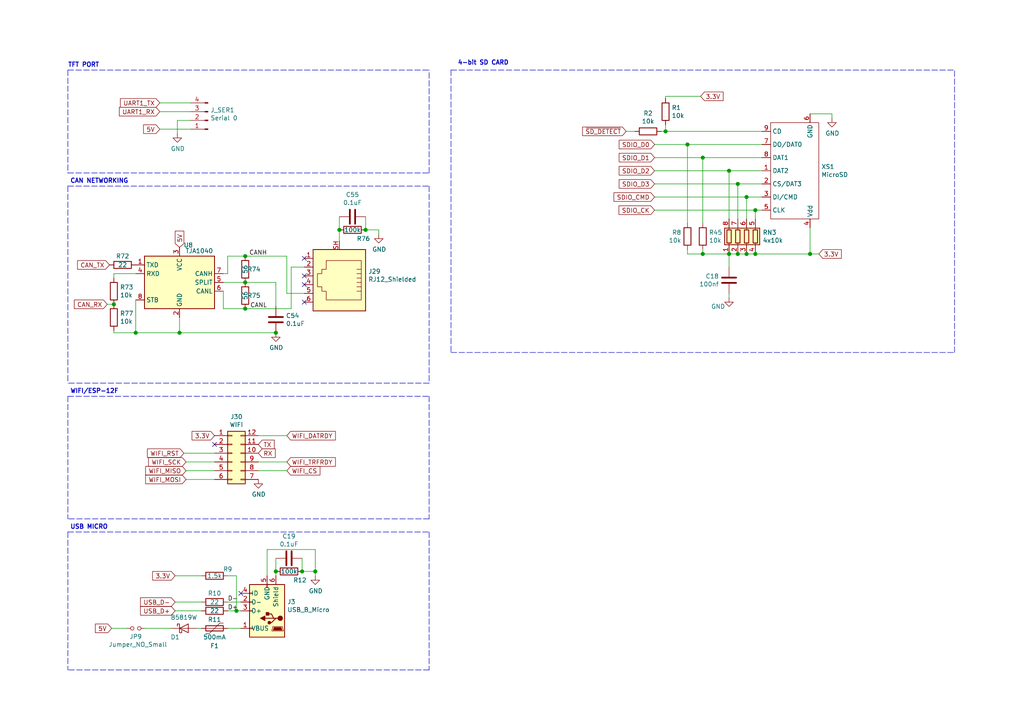
<source format=kicad_sch>
(kicad_sch (version 20210123) (generator eeschema)
  (paper "A4")
  (lib_symbols
    (symbol "Connector:Conn_01x04_Male" (pin_names hide)
      (property "Reference" "J" (at 0 5.08 0))
      (property "Value" "Conn_01x04_Male" (at 0 -7.62 0))
      (symbol "Conn_01x04_Male_1_1"
        (rectangle (start 0.8636 -4.953) (end 0 -5.207) (fill (type outline)))
        (rectangle (start 0.8636 -2.413) (end 0 -2.667) (fill (type outline)))
        (rectangle (start 0.8636 0.127) (end 0 -0.127) (fill (type outline)))
        (rectangle (start 0.8636 2.667) (end 0 2.413) (fill (type outline)))
        (polyline (pts (xy 1.27 -5.08) (xy 0.8636 -5.08)))
        (polyline (pts (xy 1.27 -2.54) (xy 0.8636 -2.54)))
        (polyline (pts (xy 1.27 0) (xy 0.8636 0)))
        (polyline (pts (xy 1.27 2.54) (xy 0.8636 2.54)))
        (pin passive line (at 5.08 2.54 180) (length 3.81) (name "Pin_1") (number "1"))
        (pin passive line (at 5.08 0 180) (length 3.81) (name "Pin_2") (number "2"))
        (pin passive line (at 5.08 -2.54 180) (length 3.81) (name "Pin_3") (number "3"))
        (pin passive line (at 5.08 -5.08 180) (length 3.81) (name "Pin_4") (number "4"))
      )
    )
    (symbol "Connector:RJ12_Shielded" (pin_names (offset 1.016))
      (property "Reference" "J" (at -5.08 11.43 0))
      (property "Value" "RJ12_Shielded" (at 2.54 11.43 0))
      (symbol "RJ12_Shielded_0_1"
        (rectangle (start 7.62 10.16) (end -7.62 -7.62) (stroke (width 0.254)) (fill (type background)))
        (polyline (pts (xy -6.35 -1.905) (xy -5.08 -1.905) (xy -5.08 -1.905)))
        (polyline (pts (xy -6.35 -0.635) (xy -5.08 -0.635) (xy -5.08 -0.635)))
        (polyline (pts (xy -6.35 0.635) (xy -5.08 0.635) (xy -5.08 0.635)))
        (polyline (pts (xy -6.35 1.905) (xy -5.08 1.905) (xy -5.08 1.905)))
        (polyline (pts (xy -6.35 3.175) (xy -5.08 3.175) (xy -5.08 3.175)))
        (polyline (pts (xy -5.08 4.445) (xy -6.35 4.445) (xy -6.35 4.445)))
        (polyline (pts (xy -6.35 -4.445) (xy -6.35 6.985) (xy 3.81 6.985) (xy 3.81 4.445) (xy 5.08 4.445) (xy 5.08 3.175) (xy 6.35 3.175) (xy 6.35 -0.635) (xy 5.08 -0.635) (xy 5.08 -1.905) (xy 3.81 -1.905) (xy 3.81 -4.445) (xy -6.35 -4.445) (xy -6.35 -4.445)))
      )
      (symbol "RJ12_Shielded_1_1"
        (pin passive line (at 10.16 -5.08 180) (length 2.54) (name "~") (number "1"))
        (pin passive line (at 10.16 -2.54 180) (length 2.54) (name "~") (number "2"))
        (pin passive line (at 10.16 0 180) (length 2.54) (name "~") (number "3"))
        (pin passive line (at 10.16 2.54 180) (length 2.54) (name "~") (number "4"))
        (pin passive line (at 10.16 5.08 180) (length 2.54) (name "~") (number "5"))
        (pin passive line (at 10.16 7.62 180) (length 2.54) (name "~") (number "6"))
        (pin passive line (at 0 -10.16 90) (length 2.54) (name "~") (number "SH"))
      )
    )
    (symbol "Connector:USB_B_Micro"
      (property "Reference" "J" (at -5.08 11.43 0))
      (property "Value" "USB_B_Micro" (at -5.08 8.89 0))
      (symbol "USB_B_Micro_0_1"
        (circle (center -3.81 2.159) (radius 0.635) (stroke (width 0.254)) (fill (type outline)))
        (circle (center -0.635 3.429) (radius 0.381) (stroke (width 0.254)) (fill (type outline)))
        (rectangle (start -5.08 -7.62) (end 5.08 7.62) (stroke (width 0.254)) (fill (type background)))
        (rectangle (start -0.127 -7.62) (end 0.127 -6.858))
        (rectangle (start 0.254 1.27) (end -0.508 0.508) (stroke (width 0.254)) (fill (type outline)))
        (rectangle (start 5.08 -5.207) (end 4.318 -4.953))
        (rectangle (start 5.08 -2.667) (end 4.318 -2.413))
        (rectangle (start 5.08 -0.127) (end 4.318 0.127))
        (rectangle (start 5.08 4.953) (end 4.318 5.207))
        (polyline (pts (xy -1.905 2.159) (xy 0.635 2.159)) (stroke (width 0.254)))
        (polyline (pts (xy -3.175 2.159) (xy -2.54 2.159) (xy -1.27 3.429) (xy -0.635 3.429)) (stroke (width 0.254)))
        (polyline (pts (xy -2.54 2.159) (xy -1.905 2.159) (xy -1.27 0.889) (xy 0 0.889)) (stroke (width 0.254)))
        (polyline (pts (xy 0.635 2.794) (xy 0.635 1.524) (xy 1.905 2.159) (xy 0.635 2.794)) (stroke (width 0.254)) (fill (type outline)))
        (polyline (pts (xy -4.318 5.588) (xy -1.778 5.588) (xy -2.032 4.826) (xy -4.064 4.826) (xy -4.318 5.588)) (fill (type outline)))
        (polyline (pts (xy -4.699 5.842) (xy -4.699 5.588) (xy -4.445 4.826) (xy -4.445 4.572) (xy -1.651 4.572) (xy -1.651 4.826) (xy -1.397 5.588) (xy -1.397 5.842) (xy -4.699 5.842)))
      )
      (symbol "USB_B_Micro_1_1"
        (pin power_out line (at 7.62 5.08 180) (length 2.54) (name "VBUS") (number "1"))
        (pin passive line (at 7.62 -2.54 180) (length 2.54) (name "D-") (number "2"))
        (pin passive line (at 7.62 0 180) (length 2.54) (name "D+") (number "3"))
        (pin passive line (at 7.62 -5.08 180) (length 2.54) (name "ID") (number "4"))
        (pin power_out line (at 0 -10.16 90) (length 2.54) (name "GND") (number "5"))
        (pin passive line (at -2.54 -10.16 90) (length 2.54) (name "Shield") (number "6"))
      )
    )
    (symbol "Connector_Generic:Conn_02x06_Counter_Clockwise" (pin_names (offset 1.016) hide)
      (property "Reference" "J" (at 1.27 7.62 0))
      (property "Value" "Conn_02x06_Counter_Clockwise" (at 1.27 -10.16 0))
      (symbol "Conn_02x06_Counter_Clockwise_1_1"
        (rectangle (start -1.27 -4.953) (end 0 -5.207) (stroke (width 0.1524)))
        (rectangle (start -1.27 -7.493) (end 0 -7.747) (stroke (width 0.1524)))
        (rectangle (start -1.27 -2.413) (end 0 -2.667) (stroke (width 0.1524)))
        (rectangle (start -1.27 2.667) (end 0 2.413) (stroke (width 0.1524)))
        (rectangle (start -1.27 5.207) (end 0 4.953) (stroke (width 0.1524)))
        (rectangle (start -1.27 6.35) (end 3.81 -8.89) (stroke (width 0.254)) (fill (type background)))
        (rectangle (start -1.27 0.127) (end 0 -0.127) (stroke (width 0.1524)))
        (rectangle (start 3.81 -4.953) (end 2.54 -5.207) (stroke (width 0.1524)))
        (rectangle (start 3.81 -7.493) (end 2.54 -7.747) (stroke (width 0.1524)))
        (rectangle (start 3.81 -2.413) (end 2.54 -2.667) (stroke (width 0.1524)))
        (rectangle (start 3.81 2.667) (end 2.54 2.413) (stroke (width 0.1524)))
        (rectangle (start 3.81 5.207) (end 2.54 4.953) (stroke (width 0.1524)))
        (rectangle (start 3.81 0.127) (end 2.54 -0.127) (stroke (width 0.1524)))
        (pin passive line (at -5.08 5.08 0) (length 3.81) (name "Pin_1") (number "1"))
        (pin passive line (at 7.62 0 180) (length 3.81) (name "Pin_10") (number "10"))
        (pin passive line (at 7.62 2.54 180) (length 3.81) (name "Pin_11") (number "11"))
        (pin passive line (at 7.62 5.08 180) (length 3.81) (name "Pin_12") (number "12"))
        (pin passive line (at -5.08 2.54 0) (length 3.81) (name "Pin_2") (number "2"))
        (pin passive line (at -5.08 0 0) (length 3.81) (name "Pin_3") (number "3"))
        (pin passive line (at -5.08 -2.54 0) (length 3.81) (name "Pin_4") (number "4"))
        (pin passive line (at -5.08 -5.08 0) (length 3.81) (name "Pin_5") (number "5"))
        (pin passive line (at -5.08 -7.62 0) (length 3.81) (name "Pin_6") (number "6"))
        (pin passive line (at 7.62 -7.62 180) (length 3.81) (name "Pin_7") (number "7"))
        (pin passive line (at 7.62 -5.08 180) (length 3.81) (name "Pin_8") (number "8"))
        (pin passive line (at 7.62 -2.54 180) (length 3.81) (name "Pin_9") (number "9"))
      )
    )
    (symbol "Device:C" (pin_numbers hide) (pin_names (offset 0.254))
      (property "Reference" "C" (at 0.635 2.54 0))
      (property "Value" "C" (at 0.635 -2.54 0))
      (symbol "C_0_1"
        (polyline (pts (xy -2.032 -0.762) (xy 2.032 -0.762)) (stroke (width 0.508)))
        (polyline (pts (xy -2.032 0.762) (xy 2.032 0.762)) (stroke (width 0.508)))
      )
      (symbol "C_1_1"
        (pin passive line (at 0 3.81 270) (length 2.794) (name "~") (number "1"))
        (pin passive line (at 0 -3.81 90) (length 2.794) (name "~") (number "2"))
      )
    )
    (symbol "Device:D_Schottky" (pin_numbers hide) (pin_names hide)
      (property "Reference" "D" (at 0 2.54 0))
      (property "Value" "D_Schottky" (at 0 -2.54 0))
      (symbol "D_Schottky_0_1"
        (polyline (pts (xy 1.27 0) (xy -1.27 0)))
        (polyline (pts (xy 1.27 1.27) (xy 1.27 -1.27) (xy -1.27 0) (xy 1.27 1.27)) (stroke (width 0.2032)))
        (polyline (pts (xy -1.905 0.635) (xy -1.905 1.27) (xy -1.27 1.27) (xy -1.27 -1.27) (xy -0.635 -1.27) (xy -0.635 -0.635)) (stroke (width 0.2032)))
      )
      (symbol "D_Schottky_1_1"
        (pin passive line (at -3.81 0 0) (length 2.54) (name "K") (number "1"))
        (pin passive line (at 3.81 0 180) (length 2.54) (name "A") (number "2"))
      )
    )
    (symbol "Device:Jumper_NO_Small" (pin_numbers hide) (pin_names (offset 0.762) hide)
      (property "Reference" "JP" (at 0 2.032 0))
      (property "Value" "Jumper_NO_Small" (at 0.254 -1.524 0))
      (symbol "Jumper_NO_Small_0_1"
        (circle (center -1.016 0) (radius 0.508))
        (circle (center 1.016 0) (radius 0.508))
        (pin passive line (at -2.54 0 0) (length 1.016) (name "1") (number "1"))
        (pin passive line (at 2.54 0 180) (length 1.016) (name "2") (number "2"))
      )
    )
    (symbol "Device:Polyfuse" (pin_numbers hide) (pin_names (offset 0))
      (property "Reference" "F" (at -2.54 0 90))
      (property "Value" "Polyfuse" (at 2.54 0 90))
      (symbol "Polyfuse_0_1"
        (rectangle (start -0.762 2.54) (end 0.762 -2.54) (stroke (width 0.254)))
        (polyline (pts (xy 0 2.54) (xy 0 -2.54)))
        (polyline (pts (xy -1.524 2.54) (xy -1.524 1.524) (xy 1.524 -1.524) (xy 1.524 -2.54)))
      )
      (symbol "Polyfuse_1_1"
        (pin passive line (at 0 3.81 270) (length 1.27) (name "~") (number "1"))
        (pin passive line (at 0 -3.81 90) (length 1.27) (name "~") (number "2"))
      )
    )
    (symbol "Device:R" (pin_numbers hide) (pin_names (offset 0))
      (property "Reference" "R" (at 2.032 0 90))
      (property "Value" "R" (at 0 0 90))
      (symbol "R_0_1"
        (rectangle (start -1.016 -2.54) (end 1.016 2.54) (stroke (width 0.254)))
      )
      (symbol "R_1_1"
        (pin passive line (at 0 3.81 270) (length 1.27) (name "~") (number "1"))
        (pin passive line (at 0 -3.81 90) (length 1.27) (name "~") (number "2"))
      )
    )
    (symbol "Device:R_Pack04" (pin_names (offset 0) hide)
      (property "Reference" "RN" (at -7.62 0 90))
      (property "Value" "R_Pack04" (at 5.08 0 90))
      (symbol "R_Pack04_0_1"
        (rectangle (start -6.35 -2.413) (end 3.81 2.413) (stroke (width 0.254)) (fill (type background)))
        (rectangle (start -5.715 1.905) (end -4.445 -1.905) (stroke (width 0.254)))
        (rectangle (start -3.175 1.905) (end -1.905 -1.905) (stroke (width 0.254)))
        (rectangle (start -0.635 1.905) (end 0.635 -1.905) (stroke (width 0.254)))
        (rectangle (start 1.905 1.905) (end 3.175 -1.905) (stroke (width 0.254)))
        (polyline (pts (xy -5.08 -2.54) (xy -5.08 -1.905)))
        (polyline (pts (xy -5.08 1.905) (xy -5.08 2.54)))
        (polyline (pts (xy -2.54 -2.54) (xy -2.54 -1.905)))
        (polyline (pts (xy -2.54 1.905) (xy -2.54 2.54)))
        (polyline (pts (xy 0 -2.54) (xy 0 -1.905)))
        (polyline (pts (xy 0 1.905) (xy 0 2.54)))
        (polyline (pts (xy 2.54 -2.54) (xy 2.54 -1.905)))
        (polyline (pts (xy 2.54 1.905) (xy 2.54 2.54)))
      )
      (symbol "R_Pack04_1_1"
        (pin passive line (at -5.08 -5.08 90) (length 2.54) (name "R1.1") (number "1"))
        (pin passive line (at -2.54 -5.08 90) (length 2.54) (name "R2.1") (number "2"))
        (pin passive line (at 0 -5.08 90) (length 2.54) (name "R3.1") (number "3"))
        (pin passive line (at 2.54 -5.08 90) (length 2.54) (name "R4.1") (number "4"))
        (pin passive line (at 2.54 5.08 270) (length 2.54) (name "R4.2") (number "5"))
        (pin passive line (at 0 5.08 270) (length 2.54) (name "R3.2") (number "6"))
        (pin passive line (at -2.54 5.08 270) (length 2.54) (name "R2.2") (number "7"))
        (pin passive line (at -5.08 5.08 270) (length 2.54) (name "R1.2") (number "8"))
      )
    )
    (symbol "Interface_CAN_LIN:TJA1042T"
      (property "Reference" "U" (at -10.16 8.89 0))
      (property "Value" "TJA1042T" (at 1.27 8.89 0))
      (symbol "TJA1042T_0_1"
        (rectangle (start -10.16 7.62) (end 10.16 -7.62) (stroke (width 0.254)) (fill (type background)))
      )
      (symbol "TJA1042T_1_1"
        (pin input line (at -12.7 5.08 0) (length 2.54) (name "TXD") (number "1"))
        (pin power_in line (at 0 -10.16 90) (length 2.54) (name "GND") (number "2"))
        (pin power_in line (at 0 10.16 270) (length 2.54) (name "VCC") (number "3"))
        (pin output line (at -12.7 2.54 0) (length 2.54) (name "RXD") (number "4"))
        (pin power_out line (at 12.7 0 180) (length 2.54) (name "SPLIT") (number "5"))
        (pin bidirectional line (at 12.7 -2.54 180) (length 2.54) (name "CANL") (number "6"))
        (pin bidirectional line (at 12.7 2.54 180) (length 2.54) (name "CANH") (number "7"))
        (pin input line (at -12.7 -5.08 0) (length 2.54) (name "STB") (number "8"))
      )
    )
    (symbol "power:GND" (power) (pin_names (offset 0))
      (property "Value" "GND" (at 0 -3.81 0))
      (symbol "GND_0_1"
        (polyline (pts (xy 0 0) (xy 0 -1.27) (xy 1.27 -1.27) (xy 0 -2.54) (xy -1.27 -1.27) (xy 0 -1.27)))
      )
      (symbol "GND_1_1"
        (pin power_in line (at 0 0 270) (length 0) hide (name "GND") (number "1"))
      )
    )
    (symbol "uSD_push-push_ebay:SD_ebay-uSD-push_push_SMD"
      (property "Reference" "XS" (at 6.35 -15.24 0))
      (property "Value" "SD_ebay-uSD-push_push_SMD" (at -8.255 0 90))
      (symbol "SD_ebay-uSD-push_push_SMD_0_1"
        (rectangle (start -6.35 13.97) (end 7.62 -13.97))
      )
      (symbol "SD_ebay-uSD-push_push_SMD_1_1"
        (pin bidirectional line (at 10.16 0 180) (length 2.54) (name "DAT2") (number "1"))
        (pin input line (at 10.16 3.81 180) (length 2.54) (name "CS/DAT3") (number "2"))
        (pin input line (at 10.16 7.62 180) (length 2.54) (name "DI/CMD") (number "3"))
        (pin input line (at -3.81 16.51 270) (length 2.54) (name "Vdd") (number "4"))
        (pin input line (at 10.16 11.43 180) (length 2.54) (name "CLK") (number "5"))
        (pin input line (at -3.81 -16.51 90) (length 2.54) (name "GND") (number "6"))
        (pin input line (at 10.16 -7.62 180) (length 2.54) (name "DO/DAT0") (number "7"))
        (pin bidirectional line (at 10.16 -3.81 180) (length 2.54) (name "DAT1") (number "8"))
        (pin input line (at 10.16 -11.43 180) (length 2.54) (name "CD") (number "9"))
      )
    )
  )
  (junction (at 33.02 88.265) (diameter 1.016))
  (junction (at 39.37 96.52) (diameter 1.016))
  (junction (at 52.07 96.52) (diameter 1.016))
  (junction (at 68.58 177.165) (diameter 1.016))
  (junction (at 71.12 74.295) (diameter 1.016))
  (junction (at 71.12 81.915) (diameter 1.016))
  (junction (at 71.12 89.535) (diameter 1.016))
  (junction (at 80.01 96.52) (diameter 1.016))
  (junction (at 80.01 165.735) (diameter 1.016))
  (junction (at 87.63 165.735) (diameter 1.016))
  (junction (at 91.44 165.735) (diameter 1.016))
  (junction (at 98.425 66.675) (diameter 1.016))
  (junction (at 106.045 66.675) (diameter 1.016))
  (junction (at 193.04 38.1) (diameter 1.016))
  (junction (at 199.39 41.91) (diameter 1.016))
  (junction (at 203.835 45.72) (diameter 1.016))
  (junction (at 203.835 73.66) (diameter 1.016))
  (junction (at 211.455 49.53) (diameter 1.016))
  (junction (at 211.455 73.66) (diameter 1.016))
  (junction (at 213.995 53.34) (diameter 1.016))
  (junction (at 213.995 73.66) (diameter 1.016))
  (junction (at 216.535 57.15) (diameter 1.016))
  (junction (at 216.535 73.66) (diameter 1.016))
  (junction (at 219.075 60.96) (diameter 1.016))
  (junction (at 219.075 73.66) (diameter 1.016))
  (junction (at 234.95 73.66) (diameter 1.016))
  (no_connect (at 62.23 128.905))
  (no_connect (at 69.85 172.085))
  (no_connect (at 88.265 74.93))
  (no_connect (at 88.265 80.01))
  (no_connect (at 88.265 82.55))
  (no_connect (at 88.265 87.63))
  (wire (pts (xy 31.115 88.265) (xy 33.02 88.265)))
  (wire (pts (xy 32.385 182.245) (xy 36.83 182.245)))
  (wire (pts (xy 33.02 79.375) (xy 33.02 80.645)))
  (wire (pts (xy 33.02 95.885) (xy 33.02 96.52)))
  (wire (pts (xy 33.02 96.52) (xy 39.37 96.52)))
  (wire (pts (xy 39.37 79.375) (xy 33.02 79.375)))
  (wire (pts (xy 39.37 86.995) (xy 39.37 96.52)))
  (wire (pts (xy 39.37 96.52) (xy 52.07 96.52)))
  (wire (pts (xy 41.91 182.245) (xy 49.53 182.245)))
  (wire (pts (xy 51.435 34.925) (xy 51.435 38.735)))
  (wire (pts (xy 52.07 96.52) (xy 52.07 92.075)))
  (wire (pts (xy 53.34 131.445) (xy 62.23 131.445)))
  (wire (pts (xy 53.975 133.985) (xy 62.23 133.985)))
  (wire (pts (xy 53.975 136.525) (xy 62.23 136.525)))
  (wire (pts (xy 53.975 139.065) (xy 62.23 139.065)))
  (wire (pts (xy 55.245 29.845) (xy 46.355 29.845)))
  (wire (pts (xy 55.245 32.385) (xy 46.355 32.385)))
  (wire (pts (xy 55.245 34.925) (xy 51.435 34.925)))
  (wire (pts (xy 55.245 37.465) (xy 46.355 37.465)))
  (wire (pts (xy 57.15 182.245) (xy 58.42 182.245)))
  (wire (pts (xy 58.42 167.005) (xy 50.8 167.005)))
  (wire (pts (xy 58.42 174.625) (xy 50.8 174.625)))
  (wire (pts (xy 58.42 177.165) (xy 50.8 177.165)))
  (wire (pts (xy 64.77 79.375) (xy 66.04 79.375)))
  (wire (pts (xy 64.77 81.915) (xy 71.12 81.915)))
  (wire (pts (xy 64.77 84.455) (xy 64.77 89.535)))
  (wire (pts (xy 64.77 89.535) (xy 71.12 89.535)))
  (wire (pts (xy 66.04 74.295) (xy 66.04 79.375)))
  (wire (pts (xy 66.04 74.295) (xy 71.12 74.295)))
  (wire (pts (xy 66.04 167.005) (xy 68.58 167.005)))
  (wire (pts (xy 66.04 174.625) (xy 69.85 174.625)))
  (wire (pts (xy 66.04 177.165) (xy 68.58 177.165)))
  (wire (pts (xy 66.04 182.245) (xy 69.85 182.245)))
  (wire (pts (xy 68.58 167.005) (xy 68.58 177.165)))
  (wire (pts (xy 68.58 177.165) (xy 69.85 177.165)))
  (wire (pts (xy 71.12 74.295) (xy 83.185 74.295)))
  (wire (pts (xy 71.12 81.915) (xy 80.01 81.915)))
  (wire (pts (xy 71.12 89.535) (xy 84.455 89.535)))
  (wire (pts (xy 74.93 126.365) (xy 83.185 126.365)))
  (wire (pts (xy 74.93 133.985) (xy 83.185 133.985)))
  (wire (pts (xy 74.93 136.525) (xy 83.185 136.525)))
  (wire (pts (xy 77.47 159.385) (xy 91.44 159.385)))
  (wire (pts (xy 77.47 167.005) (xy 77.47 159.385)))
  (wire (pts (xy 80.01 81.915) (xy 80.01 88.9)))
  (wire (pts (xy 80.01 96.52) (xy 52.07 96.52)))
  (wire (pts (xy 80.01 165.735) (xy 80.01 161.925)))
  (wire (pts (xy 80.01 167.005) (xy 80.01 165.735)))
  (wire (pts (xy 83.185 74.295) (xy 83.185 85.09)))
  (wire (pts (xy 83.185 85.09) (xy 88.265 85.09)))
  (wire (pts (xy 84.455 77.47) (xy 88.265 77.47)))
  (wire (pts (xy 84.455 89.535) (xy 84.455 77.47)))
  (wire (pts (xy 87.63 161.925) (xy 87.63 165.735)))
  (wire (pts (xy 87.63 165.735) (xy 91.44 165.735)))
  (wire (pts (xy 91.44 159.385) (xy 91.44 165.735)))
  (wire (pts (xy 91.44 165.735) (xy 91.44 167.005)))
  (wire (pts (xy 98.425 66.675) (xy 98.425 62.865)))
  (wire (pts (xy 98.425 66.675) (xy 98.425 69.85)))
  (wire (pts (xy 106.045 62.865) (xy 106.045 66.675)))
  (wire (pts (xy 106.045 66.675) (xy 109.855 66.675)))
  (wire (pts (xy 109.855 66.675) (xy 109.855 67.945)))
  (wire (pts (xy 181.61 38.1) (xy 184.15 38.1)))
  (wire (pts (xy 189.865 41.91) (xy 199.39 41.91)))
  (wire (pts (xy 189.865 45.72) (xy 203.835 45.72)))
  (wire (pts (xy 189.865 49.53) (xy 211.455 49.53)))
  (wire (pts (xy 189.865 53.34) (xy 213.995 53.34)))
  (wire (pts (xy 189.865 57.15) (xy 216.535 57.15)))
  (wire (pts (xy 189.865 60.96) (xy 219.075 60.96)))
  (wire (pts (xy 191.77 38.1) (xy 193.04 38.1)))
  (wire (pts (xy 193.04 27.94) (xy 193.04 28.575)))
  (wire (pts (xy 193.04 36.195) (xy 193.04 38.1)))
  (wire (pts (xy 193.04 38.1) (xy 220.98 38.1)))
  (wire (pts (xy 199.39 41.91) (xy 220.98 41.91)))
  (wire (pts (xy 199.39 64.77) (xy 199.39 41.91)))
  (wire (pts (xy 199.39 72.39) (xy 199.39 73.66)))
  (wire (pts (xy 199.39 73.66) (xy 203.835 73.66)))
  (wire (pts (xy 203.2 27.94) (xy 193.04 27.94)))
  (wire (pts (xy 203.835 45.72) (xy 220.98 45.72)))
  (wire (pts (xy 203.835 64.77) (xy 203.835 45.72)))
  (wire (pts (xy 203.835 72.39) (xy 203.835 73.66)))
  (wire (pts (xy 203.835 73.66) (xy 211.455 73.66)))
  (wire (pts (xy 211.455 49.53) (xy 211.455 63.5)))
  (wire (pts (xy 211.455 49.53) (xy 220.98 49.53)))
  (wire (pts (xy 211.455 73.66) (xy 211.455 77.47)))
  (wire (pts (xy 211.455 73.66) (xy 213.995 73.66)))
  (wire (pts (xy 211.455 86.36) (xy 211.455 85.09)))
  (wire (pts (xy 213.995 53.34) (xy 213.995 63.5)))
  (wire (pts (xy 213.995 53.34) (xy 220.98 53.34)))
  (wire (pts (xy 213.995 73.66) (xy 216.535 73.66)))
  (wire (pts (xy 216.535 57.15) (xy 216.535 63.5)))
  (wire (pts (xy 216.535 57.15) (xy 220.98 57.15)))
  (wire (pts (xy 216.535 73.66) (xy 219.075 73.66)))
  (wire (pts (xy 219.075 60.96) (xy 219.075 63.5)))
  (wire (pts (xy 219.075 60.96) (xy 220.98 60.96)))
  (wire (pts (xy 219.075 73.66) (xy 234.95 73.66)))
  (wire (pts (xy 234.95 33.02) (xy 241.3 33.02)))
  (wire (pts (xy 234.95 66.04) (xy 234.95 73.66)))
  (wire (pts (xy 237.49 73.66) (xy 234.95 73.66)))
  (wire (pts (xy 241.3 33.02) (xy 241.3 34.29)))
  (polyline (pts (xy 19.685 20.32) (xy 19.685 50.165)) (stroke (width 0) (type dash)))
  (polyline (pts (xy 19.685 20.32) (xy 124.46 20.32)) (stroke (width 0) (type dash)))
  (polyline (pts (xy 19.685 50.165) (xy 124.46 50.165)) (stroke (width 0) (type dash)))
  (polyline (pts (xy 19.685 53.975) (xy 19.685 111.125)) (stroke (width 0) (type dash)))
  (polyline (pts (xy 19.685 53.975) (xy 124.46 53.975)) (stroke (width 0) (type dash)))
  (polyline (pts (xy 19.685 114.935) (xy 19.685 150.495)) (stroke (width 0) (type dash)))
  (polyline (pts (xy 19.685 114.935) (xy 124.46 114.935)) (stroke (width 0) (type dash)))
  (polyline (pts (xy 19.685 154.305) (xy 19.685 194.31)) (stroke (width 0) (type dash)))
  (polyline (pts (xy 19.685 154.305) (xy 124.46 154.305)) (stroke (width 0) (type dash)))
  (polyline (pts (xy 124.46 50.165) (xy 124.46 20.32)) (stroke (width 0) (type dash)))
  (polyline (pts (xy 124.46 53.975) (xy 124.46 111.125)) (stroke (width 0) (type dash)))
  (polyline (pts (xy 124.46 111.125) (xy 19.685 111.125)) (stroke (width 0) (type dash)))
  (polyline (pts (xy 124.46 114.935) (xy 124.46 150.495)) (stroke (width 0) (type dash)))
  (polyline (pts (xy 124.46 150.495) (xy 19.685 150.495)) (stroke (width 0) (type dash)))
  (polyline (pts (xy 124.46 154.305) (xy 124.46 194.31)) (stroke (width 0) (type dash)))
  (polyline (pts (xy 124.46 194.31) (xy 19.685 194.31)) (stroke (width 0) (type dash)))
  (polyline (pts (xy 130.81 20.32) (xy 130.81 102.235)) (stroke (width 0) (type dash)))
  (polyline (pts (xy 130.81 20.32) (xy 276.86 20.32)) (stroke (width 0) (type dash)))
  (polyline (pts (xy 130.81 102.235) (xy 276.86 102.235)) (stroke (width 0) (type dash)))
  (polyline (pts (xy 276.86 102.235) (xy 276.86 20.32)) (stroke (width 0) (type dash)))
  (text "TFT PORT" (at 19.685 19.685 0) (effects (font (size 1.27 1.27) (thickness 0.254) bold) (justify left bottom)))
  (text "CAN NETWORKING" (at 20.32 53.34 0) (effects (font (size 1.27 1.27) (thickness 0.254) bold) (justify left bottom)))
  (text "WIFI/ESP-12F" (at 20.32 114.3 0) (effects (font (size 1.27 1.27) (thickness 0.254) bold) (justify left bottom)))
  (text "USB MICRO" (at 20.32 153.67 0) (effects (font (size 1.27 1.27) (thickness 0.254) bold) (justify left bottom)))
  (text "4-bit SD CARD" (at 132.715 19.05 0) (effects (font (size 1.27 1.27) (thickness 0.254) bold) (justify left bottom)))
  (label "D-" (at 66.04 174.625 0))
  (label "D+" (at 66.04 177.165 0))
  (label "CANH" (at 77.47 74.295 180))
  (label "CANL" (at 77.47 89.535 180))
  (global_label "CAN_RX" (shape input) (at 31.115 88.265 180) (property "Intersheet References" "${INTERSHEET_REFS}" (effects hide)))
  (global_label "CAN_TX" (shape input) (at 31.75 76.835 180) (property "Intersheet References" "${INTERSHEET_REFS}" (effects hide)))
  (global_label "5V" (shape input) (at 32.385 182.245 180) (property "Intersheet References" "${INTERSHEET_REFS}" (effects hide)))
  (global_label "UART1_TX" (shape input) (at 46.355 29.845 180) (property "Intersheet References" "${INTERSHEET_REFS}" (effects hide)))
  (global_label "UART1_RX" (shape input) (at 46.355 32.385 180) (property "Intersheet References" "${INTERSHEET_REFS}" (effects hide)))
  (global_label "5V" (shape input) (at 46.355 37.465 180) (property "Intersheet References" "${INTERSHEET_REFS}" (effects hide)))
  (global_label "3.3V" (shape input) (at 50.8 167.005 180) (property "Intersheet References" "${INTERSHEET_REFS}" (effects hide)))
  (global_label "USB_D-" (shape input) (at 50.8 174.625 180) (property "Intersheet References" "${INTERSHEET_REFS}" (effects hide)))
  (global_label "USB_D+" (shape input) (at 50.8 177.165 180) (property "Intersheet References" "${INTERSHEET_REFS}" (effects hide)))
  (global_label "5V" (shape input) (at 52.07 71.755 90) (property "Intersheet References" "${INTERSHEET_REFS}" (effects hide)))
  (global_label "WIFI_RST" (shape input) (at 53.34 131.445 180) (property "Intersheet References" "${INTERSHEET_REFS}" (effects hide)))
  (global_label "WIFI_SCK" (shape input) (at 53.975 133.985 180) (property "Intersheet References" "${INTERSHEET_REFS}" (effects hide)))
  (global_label "WIFI_MISO" (shape input) (at 53.975 136.525 180) (property "Intersheet References" "${INTERSHEET_REFS}" (effects hide)))
  (global_label "WIFI_MOSI" (shape input) (at 53.975 139.065 180) (property "Intersheet References" "${INTERSHEET_REFS}" (effects hide)))
  (global_label "3.3V" (shape input) (at 62.23 126.365 180) (property "Intersheet References" "${INTERSHEET_REFS}" (effects hide)))
  (global_label "TX" (shape input) (at 74.93 128.905 0) (property "Intersheet References" "${INTERSHEET_REFS}" (effects hide)))
  (global_label "RX" (shape input) (at 74.93 131.445 0) (property "Intersheet References" "${INTERSHEET_REFS}" (effects hide)))
  (global_label "WIFI_DATRDY" (shape input) (at 83.185 126.365 0) (property "Intersheet References" "${INTERSHEET_REFS}" (effects hide)))
  (global_label "WIFI_TRFRDY" (shape input) (at 83.185 133.985 0) (property "Intersheet References" "${INTERSHEET_REFS}" (effects hide)))
  (global_label "WIFI_CS" (shape input) (at 83.185 136.525 0) (property "Intersheet References" "${INTERSHEET_REFS}" (effects hide)))
  (global_label "~SD_DETECT" (shape input) (at 181.61 38.1 180) (property "Intersheet References" "${INTERSHEET_REFS}" (effects hide)))
  (global_label "SDIO_D0" (shape input) (at 189.865 41.91 180) (property "Intersheet References" "${INTERSHEET_REFS}" (effects hide)))
  (global_label "SDIO_D1" (shape input) (at 189.865 45.72 180) (property "Intersheet References" "${INTERSHEET_REFS}" (effects hide)))
  (global_label "SDIO_D2" (shape input) (at 189.865 49.53 180) (property "Intersheet References" "${INTERSHEET_REFS}" (effects hide)))
  (global_label "SDIO_D3" (shape input) (at 189.865 53.34 180) (property "Intersheet References" "${INTERSHEET_REFS}" (effects hide)))
  (global_label "SDIO_CMD" (shape input) (at 189.865 57.15 180) (property "Intersheet References" "${INTERSHEET_REFS}" (effects hide)))
  (global_label "SDIO_CK" (shape input) (at 189.865 60.96 180) (property "Intersheet References" "${INTERSHEET_REFS}" (effects hide)))
  (global_label "3.3V" (shape input) (at 203.2 27.94 0) (property "Intersheet References" "${INTERSHEET_REFS}" (effects hide)))
  (global_label "3.3V" (shape input) (at 237.49 73.66 0) (property "Intersheet References" "${INTERSHEET_REFS}" (effects hide)))
  (symbol (lib_id "Device:Jumper_NO_Small") (at 39.37 182.245 0) (unit 1) (in_bom no)
    (property "Reference" "JP9" (at 39.37 184.6388 0))
    (property "Value" "Jumper_NO_Small" (at 40.005 186.9375 0))
    (property "Footprint" "Connector_PinHeader_2.54mm:PinHeader_1x02_P2.54mm_Vertical" (effects hide))
  )
  (symbol (lib_id "power:GND") (at 51.435 38.735 0) (unit 1)
    (property "Reference" "#PWR012" (effects hide))
    (property "Value" "GND" (at 51.562 43.1292 0))
  )
  (symbol (lib_id "power:GND") (at 74.93 139.065 0) (unit 1)
    (property "Reference" "#PWR01" (effects hide))
    (property "Value" "GND" (at 75.0443 143.3894 0))
  )
  (symbol (lib_id "power:GND") (at 80.01 96.52 0) (unit 1)
    (property "Reference" "#PWR037" (effects hide))
    (property "Value" "GND" (at 80.1243 100.8444 0))
  )
  (symbol (lib_id "power:GND") (at 91.44 167.005 0) (unit 1)
    (property "Reference" "#PWR016" (effects hide))
    (property "Value" "GND" (at 91.567 171.3992 0))
  )
  (symbol (lib_id "power:GND") (at 109.855 67.945 0) (unit 1)
    (property "Reference" "#PWR057" (effects hide))
    (property "Value" "GND" (at 109.982 72.3392 0))
  )
  (symbol (lib_id "power:GND") (at 211.455 86.36 0) (unit 1)
    (property "Reference" "#PWR014" (effects hide))
    (property "Value" "GND" (at 208.28 88.9 0))
  )
  (symbol (lib_id "power:GND") (at 241.3 34.29 0) (unit 1)
    (property "Reference" "#PWR015" (effects hide))
    (property "Value" "GND" (at 241.427 38.6842 0))
  )
  (symbol (lib_id "Device:R") (at 33.02 84.455 0) (unit 1)
    (property "Reference" "R73" (at 34.7981 83.3056 0) (effects (justify left)))
    (property "Value" "10k" (at 34.7981 85.6043 0) (effects (justify left)))
    (property "Footprint" "Resistor_SMD:R_0402_1005Metric" (effects hide))
    (property "Part #" "0402WGF1002TCE" (effects hide))
    (property "LCSC Part #" "C25744" (effects hide))
  )
  (symbol (lib_id "Device:R") (at 33.02 92.075 0) (unit 1)
    (property "Reference" "R77" (at 34.7981 90.9256 0) (effects (justify left)))
    (property "Value" "10k" (at 34.7981 93.2243 0) (effects (justify left)))
    (property "Footprint" "Resistor_SMD:R_0402_1005Metric" (effects hide))
    (property "Part #" "0402WGF1002TCE" (effects hide))
    (property "LCSC Part #" "C25744" (effects hide))
  )
  (symbol (lib_id "Device:R") (at 35.56 76.835 270) (unit 1)
    (property "Reference" "R72" (at 35.56 74.295 90))
    (property "Value" "22" (at 35.56 76.835 90))
    (property "Footprint" "Resistor_SMD:R_0402_1005Metric" (effects hide))
    (property "Part #" "0402WGF220JTCE" (effects hide))
    (property "LCSC Part #" "C25092" (effects hide))
  )
  (symbol (lib_id "Device:R") (at 62.23 167.005 270) (unit 1)
    (property "Reference" "R9" (at 66.04 165.1 90))
    (property "Value" "1.5k" (at 62.23 167.005 90))
    (property "Footprint" "Resistor_SMD:R_0402_1005Metric" (effects hide))
    (property "Part #" "0402WGF1501TCE" (effects hide))
    (property "LCSC Part #" "C25867" (effects hide))
  )
  (symbol (lib_id "Device:R") (at 62.23 174.625 270) (unit 1)
    (property "Reference" "R10" (at 62.23 172.085 90))
    (property "Value" "22" (at 62.23 174.625 90))
    (property "Footprint" "Resistor_SMD:R_0402_1005Metric" (effects hide))
    (property "Part #" "0402WGF220JTCE" (effects hide))
    (property "LCSC Part #" "C25092" (effects hide))
  )
  (symbol (lib_id "Device:R") (at 62.23 177.165 270) (unit 1)
    (property "Reference" "R11" (at 62.23 179.705 90))
    (property "Value" "22" (at 62.23 177.165 90))
    (property "Footprint" "Resistor_SMD:R_0402_1005Metric" (effects hide))
    (property "Part #" "0402WGF220JTCE" (effects hide))
    (property "LCSC Part #" "C25092" (effects hide))
  )
  (symbol (lib_id "Device:R") (at 71.12 78.105 180) (unit 1)
    (property "Reference" "R74" (at 73.66 78.105 0))
    (property "Value" "56" (at 71.12 78.105 90))
    (property "Footprint" "Resistor_SMD:R_0603_1608Metric" (effects hide))
    (property "Part #" "0603WAF560JT5E" (effects hide))
    (property "LCSC Part #" "C25196" (effects hide))
  )
  (symbol (lib_id "Device:R") (at 71.12 85.725 180) (unit 1)
    (property "Reference" "R75" (at 73.66 85.725 0))
    (property "Value" "56" (at 71.12 85.725 90))
    (property "Footprint" "Resistor_SMD:R_0603_1608Metric" (effects hide))
    (property "Part #" "0603WAF560JT5E" (effects hide))
    (property "LCSC Part #" "C25196" (effects hide))
  )
  (symbol (lib_id "Device:R") (at 83.82 165.735 270) (unit 1)
    (property "Reference" "R12" (at 86.995 168.275 90))
    (property "Value" "100k" (at 83.82 165.735 90))
    (property "Footprint" "Resistor_SMD:R_0402_1005Metric" (effects hide))
    (property "Part #" "0402WGF1003TCE" (effects hide))
    (property "LCSC Part #" "C25741" (effects hide))
  )
  (symbol (lib_id "Device:R") (at 102.235 66.675 270) (unit 1)
    (property "Reference" "R76" (at 105.41 69.215 90))
    (property "Value" "100k" (at 102.235 66.675 90))
    (property "Footprint" "Resistor_SMD:R_0402_1005Metric" (effects hide))
    (property "Part #" "0402WGF1003TCE" (effects hide))
    (property "LCSC Part #" "C25741" (effects hide))
  )
  (symbol (lib_id "Device:R") (at 187.96 38.1 90) (unit 1)
    (property "Reference" "R2" (at 187.96 32.8738 90))
    (property "Value" "10k" (at 187.96 35.1725 90))
    (property "Footprint" "Resistor_SMD:R_0402_1005Metric" (effects hide))
    (property "Part #" "0402WGF1002TCE" (effects hide))
    (property "LCSC Part #" "C25744" (effects hide))
  )
  (symbol (lib_id "Device:R") (at 193.04 32.385 0) (unit 1)
    (property "Reference" "R1" (at 194.8181 31.2356 0) (effects (justify left)))
    (property "Value" "10k" (at 194.8181 33.5343 0) (effects (justify left)))
    (property "Footprint" "Resistor_SMD:R_0402_1005Metric" (effects hide))
    (property "Part #" "0402WGF1002TCE" (effects hide))
    (property "LCSC Part #" "C25744" (effects hide))
  )
  (symbol (lib_id "Device:R") (at 199.39 68.58 0) (unit 1)
    (property "Reference" "R8" (at 197.612 67.4306 0) (effects (justify right)))
    (property "Value" "10k" (at 197.612 69.7293 0) (effects (justify right)))
    (property "Footprint" "Resistor_SMD:R_0402_1005Metric" (effects hide))
    (property "Part #" "0402WGF1002TCE" (effects hide))
    (property "LCSC Part #" "C25744" (effects hide))
  )
  (symbol (lib_id "Device:R") (at 203.835 68.58 180) (unit 1)
    (property "Reference" "R45" (at 205.6131 67.4306 0) (effects (justify right)))
    (property "Value" "10k" (at 205.6131 69.7293 0) (effects (justify right)))
    (property "Footprint" "Resistor_SMD:R_0402_1005Metric" (effects hide))
    (property "Part #" "0402WGF1002TCE" (effects hide))
    (property "LCSC Part #" "C25744" (effects hide))
  )
  (symbol (lib_id "Device:D_Schottky") (at 53.34 182.245 0) (unit 1)
    (property "Reference" "D1" (at 50.8 184.785 0))
    (property "Value" "B5819W" (at 53.34 179.07 0))
    (property "Footprint" "Diode_SMD:D_SOD-123" (effects hide))
    (property "Part #" "B5819W" (effects hide))
    (property "LCSC Part #" " C8598" (effects hide))
  )
  (symbol (lib_id "Device:Polyfuse") (at 62.23 182.245 270) (unit 1)
    (property "Reference" "F1" (at 62.23 187.325 90))
    (property "Value" "500mA" (at 62.23 184.785 90))
    (property "Footprint" "PrntrBoardV2:R_0603_1608Metric" (effects hide))
    (property "Part #" "TLC-FSMD050" (effects hide))
    (property "LCSC Part #" "C261937" (effects hide))
  )
  (symbol (lib_id "Device:C") (at 80.01 92.71 180) (unit 1)
    (property "Reference" "C54" (at 82.9311 91.5606 0) (effects (justify right)))
    (property "Value" "0.1uF" (at 82.9311 93.8593 0) (effects (justify right)))
    (property "Footprint" "Capacitor_SMD:C_0402_1005Metric" (effects hide))
    (property "Part #" "CL05B104KO5NNNC" (effects hide))
    (property "LCSC Part #" "C1525" (effects hide))
  )
  (symbol (lib_id "Device:C") (at 83.82 161.925 270) (unit 1)
    (property "Reference" "C19" (at 83.82 155.5242 90))
    (property "Value" "0.1uF" (at 83.82 157.8356 90))
    (property "Footprint" "Capacitor_SMD:C_0402_1005Metric" (effects hide))
    (property "Part #" "CL05B104KO5NNNC" (effects hide))
    (property "LCSC Part #" "C1525" (effects hide))
  )
  (symbol (lib_id "Device:C") (at 102.235 62.865 270) (unit 1)
    (property "Reference" "C55" (at 102.235 56.4642 90))
    (property "Value" "0.1uF" (at 102.235 58.7756 90))
    (property "Footprint" "Capacitor_SMD:C_0402_1005Metric" (effects hide))
    (property "Part #" "CL05B104KO5NNNC" (effects hide))
    (property "LCSC Part #" "C1525" (effects hide))
  )
  (symbol (lib_id "Device:C") (at 211.455 81.28 0) (unit 1)
    (property "Reference" "C18" (at 208.5339 80.1306 0) (effects (justify right)))
    (property "Value" "100nf" (at 208.5339 82.4293 0) (effects (justify right)))
    (property "Footprint" "Capacitor_SMD:C_0402_1005Metric" (effects hide))
    (property "Part #" "CL05B104KO5NNNC" (effects hide))
    (property "LCSC Part #" "C1525" (effects hide))
  )
  (symbol (lib_id "Connector:Conn_01x04_Male") (at 60.325 34.925 180) (unit 1)
    (property "Reference" "J_SER1" (at 61.0362 31.9278 0) (effects (justify right)))
    (property "Value" "Serial 0" (at 61.0362 34.2392 0) (effects (justify right)))
    (property "Footprint" "Connector_PinHeader_2.54mm:PinHeader_1x04_P2.54mm_Vertical" (effects hide))
    (property "LCSC Part #" "C358686" (effects hide))
  )
  (symbol (lib_id "Device:R_Pack04") (at 216.535 68.58 0) (unit 1)
    (property "Reference" "RN3" (at 221.2087 67.4306 0) (effects (justify left)))
    (property "Value" "4x10k" (at 221.2087 69.7293 0) (effects (justify left)))
    (property "Footprint" "Resistor_SMD:R_Array_Convex_4x0603" (effects hide))
    (property "Part #" "4D03WGJ0103T5E" (effects hide))
    (property "LCSC Part #" "C29718" (effects hide))
  )
  (symbol (lib_id "Connector_Generic:Conn_02x06_Counter_Clockwise") (at 67.31 131.445 0) (unit 1)
    (property "Reference" "J30" (at 68.58 120.8848 0))
    (property "Value" "WIFI" (at 68.58 123.1835 0))
    (property "Footprint" "Connector_PinHeader_2.54mm:PinHeader_2x06_P2.54mm_Vertical" (effects hide))
  )
  (symbol (lib_id "Connector:USB_B_Micro") (at 77.47 177.165 180) (unit 1)
    (property "Reference" "J3" (at 83.312 174.5488 0) (effects (justify right)))
    (property "Value" "USB_B_Micro" (at 83.312 176.8602 0) (effects (justify right)))
    (property "Footprint" "PrntrBoardV2:MC-101C" (effects hide))
    (property "Part #" "SOFNG MC-101C" (effects hide))
    (property "LCSC Part #" "C183609" (effects hide))
  )
  (symbol (lib_id "Connector:RJ12_Shielded") (at 98.425 80.01 180) (unit 1)
    (property "Reference" "J29" (at 106.8071 78.7336 0) (effects (justify right)))
    (property "Value" "RJ12_Shielded" (at 106.8071 81.0323 0) (effects (justify right)))
    (property "Footprint" "PrntrBoardV2:Wurth_615006143421" (effects hide))
  )
  (symbol (lib_id "Interface_CAN_LIN:TJA1042T") (at 52.07 81.915 0) (unit 1)
    (property "Reference" "U8" (at 54.61 71.1008 0))
    (property "Value" "TJA1040" (at 57.785 72.7645 0))
    (property "Footprint" "Package_SO:SOIC-8_3.9x4.9mm_P1.27mm" (effects hide))
    (property "Datasheet" "http://www.nxp.com/documents/data_sheet/TJA1042.pdf" (effects hide))
    (property "LCSC Part #" "C6951" (effects hide))
    (property "Part #" "TJA1040T/CM,118" (effects hide))
  )
  (symbol (lib_id "uSD_push-push_ebay:SD_ebay-uSD-push_push_SMD") (at 231.14 49.53 180) (unit 1)
    (property "Reference" "XS1" (at 238.2012 48.3616 0) (effects (justify right)))
    (property "Value" "MicroSD" (at 238.2012 50.673 0) (effects (justify right)))
    (property "Footprint" "PrntrBoardV2:Conn_uSDcard" (effects hide))
    (property "Datasheet" "_" (effects hide))
    (property "Part #" "SOFNG TF-15×15" (effects hide))
    (property "LCSC Part #" "C111196" (effects hide))
  )
)
</source>
